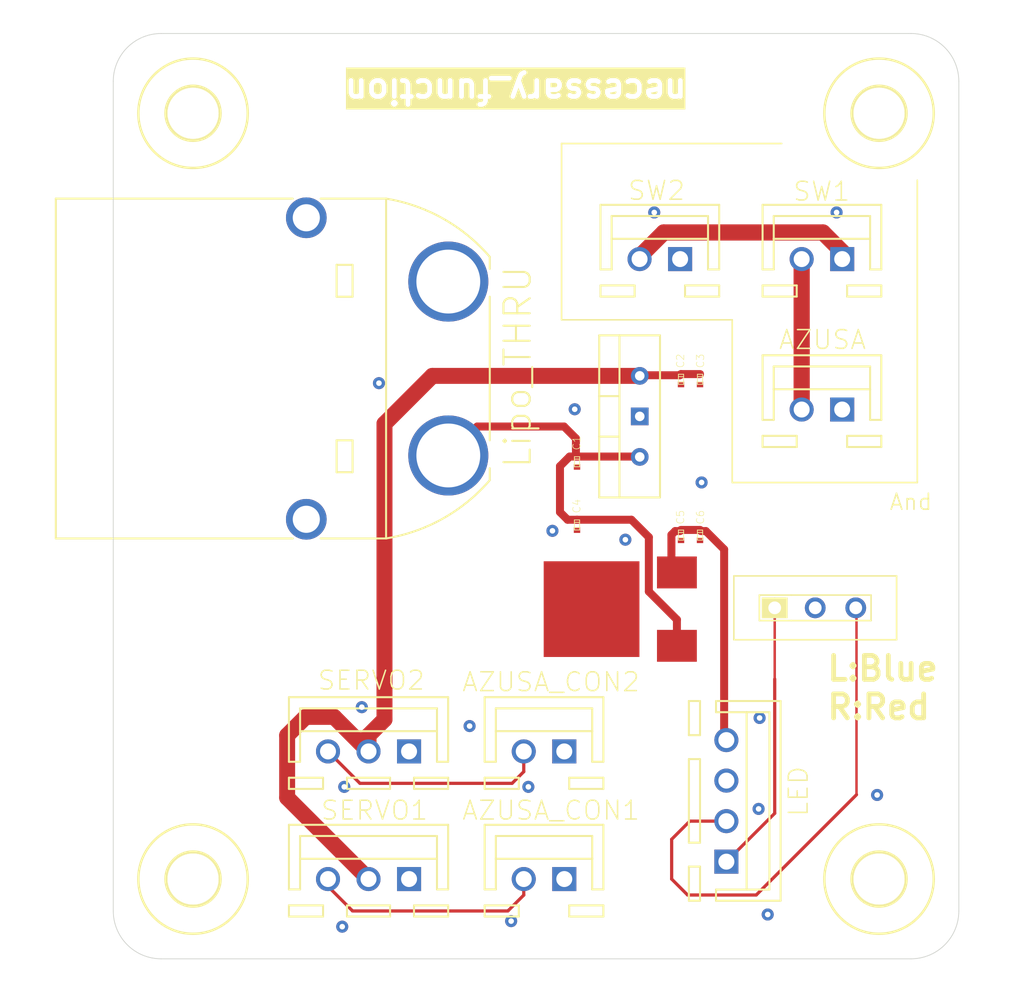
<source format=kicad_pcb>
(kicad_pcb (version 20221018) (generator pcbnew)
  (layers (0 "F.Cu" signal) (31 "B.Cu" signal) (34 "B.Paste" user) (35 "F.Paste" user) (36 "B.SilkS" user "B.Silkscreen") (37 "F.SilkS" user "F.Silkscreen") (38 "B.Mask" user) (39 "F.Mask" user) (44 "Edge.Cuts" user))
  (net 0 "")
  (net 1 "+12V")
  (net 2 "GND")
  (net 3 "VCC")
  (net 4 "EM")
  (net 5 "PVCC")
  (net 6 "+6V")
  (net 7 "RED")
  (net 8 "BLUE")
  (net 9 "PWM2_SERVO")
  (net 10 "PWM1_SERVO")
  (net 11 "N$13")
  (footprint "Mix necessary function:ＮＪＭ７８０６ＦＡ-6V" (layer "F.Cu") (at 155.0011 100.0036 90)
    (fp_text reference "U$1" hide)
    (fp_text value "ＮＪＭ７８０６ＦＡ-6V" hide)
    (fp_line (start -5.08 -2.54) (end -1.27 -2.54) (stroke (width 0.127)) (layer "F.SilkS"))
    (fp_line (start -5.08 -1.27) (end -5.08 -2.54) (stroke (width 0.127)) (layer "F.SilkS"))
    (fp_line (start -5.08 -1.27) (end -5.08 1.27) (stroke (width 0.127)) (layer "F.SilkS"))
    (fp_line (start -5.08 1.27) (end 5.08 1.27) (stroke (width 0.127)) (layer "F.SilkS"))
    (fp_line (start -1.27 -2.54) (end -1.27 -1.27) (stroke (width 0.127)) (layer "F.SilkS"))
    (fp_line (start -1.27 -1.27) (end -5.08 -1.27) (stroke (width 0.127)) (layer "F.SilkS"))
    (fp_line (start 1.27 -2.54) (end -1.27 -2.54) (stroke (width 0.127)) (layer "F.SilkS"))
    (fp_line (start 1.27 -2.54) (end 5.08 -2.54) (stroke (width 0.127)) (layer "F.SilkS"))
    (fp_line (start 1.27 -1.27) (end -1.27 -1.27) (stroke (width 0.127)) (layer "F.SilkS"))
    (fp_line (start 1.27 -1.27) (end 1.27 -2.54) (stroke (width 0.127)) (layer "F.SilkS"))
    (fp_line (start 5.08 -2.54) (end 5.08 -1.27) (stroke (width 0.127)) (layer "F.SilkS"))
    (fp_line (start 5.08 -1.27) (end 1.27 -1.27) (stroke (width 0.127)) (layer "F.SilkS"))
    (fp_line (start 5.08 1.27) (end 5.08 -1.27) (stroke (width 0.127)) (layer "F.SilkS"))
    (pad "GND" thru_hole rect (at 0 0 90) (size 1.108 1.108) (drill 0.6) (layers "*.Cu" "*.Mask") (net 2 "GND"))
    (pad "INPUT" thru_hole circle (at -2.54 0 90) (size 1.108 1.108) (drill 0.6) (layers "*.Cu" "*.Mask") (net 5 "PVCC"))
    (pad "OUTPUT" thru_hole circle (at 2.54 0 90) (size 1.108 1.108) (drill 0.6) (layers "*.Cu" "*.Mask") (net 6 "+6V"))
  )
  (footprint "Mix necessary function:3,2" (layer "F.Cu") (at 127.0011 129.0036)
    (fp_text reference "H3" hide)
    (fp_text value "MOUNT-HOLE3.2" hide)
    (fp_circle (center 0 0) (end 1.7 0) (stroke (width 0.2032)) (fill none) (layer "F.SilkS"))
    (fp_circle (center 0 0) (end 3.429 0) (stroke (width 0.1524)) (fill none) (layer "F.SilkS"))
    (pad "" np_thru_hole circle (at 0 0) (size 3.2 3.2) (drill 3.2) (layers "*.Cu" "*.Mask"))
  )
  (footprint "Mix necessary function:B4B-XH" (layer "F.Cu") (at 160.4311 124.1036 -90)
    (fp_text reference "LED" (at -2.2536 -4.5189 90) (layer "F.SilkS") (effects (font (size 1.176528 1.176528) (thickness 0.093472)) (justify right)))
    (fp_text value "")
    (fp_line (start -6.26 -3.4) (end 6.26 -3.4) (stroke (width 0.127)) (layer "F.SilkS"))
    (fp_line (start -6.26 0.65) (end -6.26 -3.4) (stroke (width 0.127)) (layer "F.SilkS"))
    (fp_line (start -6.26 0.65) (end -5.56 0.65) (stroke (width 0.127)) (layer "F.SilkS"))
    (fp_line (start -6.26 2.35) (end -6.26 1.65) (stroke (width 0.127)) (layer "F.SilkS"))
    (fp_line (start -5.56 -2.7) (end 5.56 -2.7) (stroke (width 0.127)) (layer "F.SilkS"))
    (fp_line (start -5.56 -1.27) (end -5.56 -2.7) (stroke (width 0.127)) (layer "F.SilkS"))
    (fp_line (start -5.56 -1.27) (end 5.56 -1.27) (stroke (width 0.127)) (layer "F.SilkS"))
    (fp_line (start -5.56 0.65) (end -5.56 -1.27) (stroke (width 0.127)) (layer "F.SilkS"))
    (fp_line (start -4.12 1.65) (end -6.26 1.65) (stroke (width 0.127)) (layer "F.SilkS"))
    (fp_line (start -4.12 1.65) (end -4.12 2.35) (stroke (width 0.127)) (layer "F.SilkS"))
    (fp_line (start -4.12 2.35) (end -6.26 2.35) (stroke (width 0.127)) (layer "F.SilkS"))
    (fp_line (start -2.62 1.65) (end -2.62 2.35) (stroke (width 0.127)) (layer "F.SilkS"))
    (fp_line (start 2.62 1.65) (end -2.62 1.65) (stroke (width 0.127)) (layer "F.SilkS"))
    (fp_line (start 2.62 1.65) (end 2.62 2.35) (stroke (width 0.127)) (layer "F.SilkS"))
    (fp_line (start 2.62 2.35) (end -2.62 2.35) (stroke (width 0.127)) (layer "F.SilkS"))
    (fp_line (start 4.12 1.65) (end 4.12 2.35) (stroke (width 0.127)) (layer "F.SilkS"))
    (fp_line (start 4.12 1.65) (end 6.26 1.65) (stroke (width 0.127)) (layer "F.SilkS"))
    (fp_line (start 4.12 2.35) (end 6.26 2.35) (stroke (width 0.127)) (layer "F.SilkS"))
    (fp_line (start 5.56 -2.7) (end 5.56 -1.27) (stroke (width 0.127)) (layer "F.SilkS"))
    (fp_line (start 5.56 -1.27) (end 5.56 0.65) (stroke (width 0.127)) (layer "F.SilkS"))
    (fp_line (start 5.56 0.65) (end 6.26 0.65) (stroke (width 0.127)) (layer "F.SilkS"))
    (fp_line (start 6.26 -3.4) (end 6.26 0.65) (stroke (width 0.127)) (layer "F.SilkS"))
    (fp_line (start 6.26 2.35) (end 6.26 1.65) (stroke (width 0.127)) (layer "F.SilkS"))
    (pad "1" thru_hole rect (at 3.81 0 270) (size 1.508 1.508) (drill 1) (layers "*.Cu" "*.Mask") (net 8 "BLUE"))
    (pad "2" thru_hole circle (at 1.27 0 270) (size 1.508 1.508) (drill 1) (layers "*.Cu" "*.Mask") (net 7 "RED"))
    (pad "3" thru_hole circle (at -1.27 0 270) (size 1.508 1.508) (drill 1) (layers "*.Cu" "*.Mask"))
    (pad "4" thru_hole circle (at -3.81 0 270) (size 1.508 1.508) (drill 1) (layers "*.Cu" "*.Mask") (net 1 "+12V"))
  )
  (footprint "Mix necessary function:3,2" (layer "F.Cu") (at 127.0011 81.0036)
    (fp_text reference "H1" hide)
    (fp_text value "MOUNT-HOLE3.2" hide)
    (fp_circle (center 0 0) (end 1.7 0) (stroke (width 0.2032)) (fill none) (layer "F.SilkS"))
    (fp_circle (center 0 0) (end 3.429 0) (stroke (width 0.1524)) (fill none) (layer "F.SilkS"))
    (pad "" np_thru_hole circle (at 0 0) (size 3.2 3.2) (drill 3.2) (layers "*.Cu" "*.Mask"))
  )
  (footprint "Mix necessary function:NJM7800SDL1-12V" (layer "F.Cu") (at 154.9811 112.0846 90)
    (fp_text reference "U$17" hide)
    (fp_text value "NJM7800SDL1-12V" hide)
    (pad "GND" smd rect (at 0 -3 90) (size 6 6) (layers "F.Cu" "F.Paste" "F.Mask") (net 2 "GND"))
    (pad "VIN" smd rect (at -2.3 2.35 90) (size 2 2.5) (layers "F.Cu" "F.Paste" "F.Mask") (net 5 "PVCC"))
    (pad "VOUT" smd rect (at 2.3 2.35 90) (size 2 2.5) (layers "F.Cu" "F.Paste" "F.Mask") (net 1 "+12V"))
  )
  (footprint "Mix necessary function:B2B-XH" (layer "F.Cu") (at 156.2611 90.1436)
    (fp_text reference "SW2" (at -2.0611 -4.2936) (layer "F.SilkS") (effects (font (size 1.176528 1.176528) (thickness 0.093472)) (justify left)))
    (fp_text value "02-JST")
    (fp_line (start -3.72 -3.4) (end 3.72 -3.4) (stroke (width 0.127)) (layer "F.SilkS"))
    (fp_line (start -3.72 0.65) (end -3.72 -3.4) (stroke (width 0.127)) (layer "F.SilkS"))
    (fp_line (start -3.72 0.65) (end -3.02 0.65) (stroke (width 0.127)) (layer "F.SilkS"))
    (fp_line (start -3.72 2.35) (end -3.72 1.65) (stroke (width 0.127)) (layer "F.SilkS"))
    (fp_line (start -3.02 -2.7) (end 3.02 -2.7) (stroke (width 0.127)) (layer "F.SilkS"))
    (fp_line (start -3.02 -1.27) (end -3.02 -2.7) (stroke (width 0.127)) (layer "F.SilkS"))
    (fp_line (start -3.02 -1.27) (end 3.02 -1.27) (stroke (width 0.127)) (layer "F.SilkS"))
    (fp_line (start -3.02 0.65) (end -3.02 -1.27) (stroke (width 0.127)) (layer "F.SilkS"))
    (fp_line (start -1.58 1.65) (end -3.72 1.65) (stroke (width 0.127)) (layer "F.SilkS"))
    (fp_line (start -1.58 1.65) (end -1.58 2.35) (stroke (width 0.127)) (layer "F.SilkS"))
    (fp_line (start -1.58 2.35) (end -3.72 2.35) (stroke (width 0.127)) (layer "F.SilkS"))
    (fp_line (start 1.58 1.65) (end 1.58 2.35) (stroke (width 0.127)) (layer "F.SilkS"))
    (fp_line (start 1.58 1.65) (end 3.72 1.65) (stroke (width 0.127)) (layer "F.SilkS"))
    (fp_line (start 1.58 2.35) (end 3.72 2.35) (stroke (width 0.127)) (layer "F.SilkS"))
    (fp_line (start 3.02 -2.7) (end 3.02 -1.27) (stroke (width 0.127)) (layer "F.SilkS"))
    (fp_line (start 3.02 -1.27) (end 3.02 0.65) (stroke (width 0.127)) (layer "F.SilkS"))
    (fp_line (start 3.02 0.65) (end 3.72 0.65) (stroke (width 0.127)) (layer "F.SilkS"))
    (fp_line (start 3.72 -3.4) (end 3.72 0.65) (stroke (width 0.127)) (layer "F.SilkS"))
    (fp_line (start 3.72 2.35) (end 3.72 1.65) (stroke (width 0.127)) (layer "F.SilkS"))
    (pad "1" thru_hole rect (at 1.27 0) (size 1.508 1.508) (drill 1) (layers "*.Cu" "*.Mask") (net 2 "GND"))
    (pad "2" thru_hole circle (at -1.27 0) (size 1.508 1.508) (drill 1) (layers "*.Cu" "*.Mask") (net 4 "EM"))
  )
  (footprint "Mix necessary function:3,2" (layer "F.Cu") (at 170.0011 129.0036)
    (fp_text reference "H4" hide)
    (fp_text value "MOUNT-HOLE3.2" hide)
    (fp_circle (center 0 0) (end 1.7 0) (stroke (width 0.2032)) (fill none) (layer "F.SilkS"))
    (fp_circle (center 0 0) (end 3.429 0) (stroke (width 0.1524)) (fill none) (layer "F.SilkS"))
    (pad "" np_thru_hole circle (at 0 0) (size 3.2 3.2) (drill 3.2) (layers "*.Cu" "*.Mask"))
  )
  (footprint "Mix necessary function:GRM0335C1E240GA01D" (layer "F.Cu") (at 157.5881 107.4456 -90)
    (fp_text reference "C5" (at -1.5956 0.0381 90) (layer "F.SilkS") (effects (font (size 0.4632 0.4632) (thickness 0.0368)) (justify right)))
    (fp_text value "0.1μF")
    (fp_line (start -0.315 -0.165) (end -0.315 0.165) (stroke (width 0.05)) (layer "F.SilkS"))
    (fp_line (start -0.315 0.165) (end -0.165 0.165) (stroke (width 0.05)) (layer "F.SilkS"))
    (fp_line (start -0.165 -0.165) (end -0.315 -0.165) (stroke (width 0.05)) (layer "F.SilkS"))
    (fp_line (start -0.165 -0.165) (end -0.165 0.165) (stroke (width 0.05)) (layer "F.SilkS"))
    (fp_line (start -0.165 0.165) (end 0.165 0.165) (stroke (width 0.05)) (layer "F.SilkS"))
    (fp_line (start 0.165 -0.165) (end -0.165 -0.165) (stroke (width 0.05)) (layer "F.SilkS"))
    (fp_line (start 0.165 0.165) (end 0.165 -0.165) (stroke (width 0.05)) (layer "F.SilkS"))
    (fp_line (start 0.165 0.165) (end 0.315 0.165) (stroke (width 0.05)) (layer "F.SilkS"))
    (fp_line (start 0.315 -0.165) (end 0.165 -0.165) (stroke (width 0.05)) (layer "F.SilkS"))
    (fp_line (start 0.315 0.165) (end 0.315 -0.165) (stroke (width 0.05)) (layer "F.SilkS"))
    (pad "1" smd rect (at -0.325 0 270) (size 0.35 0.4) (layers "F.Cu" "F.Paste" "F.Mask") (net 1 "+12V"))
    (pad "2" smd rect (at 0.325 0 270) (size 0.35 0.4) (layers "F.Cu" "F.Paste" "F.Mask") (net 2 "GND"))
  )
  (footprint "Mix necessary function:XT90PW-M" (layer "F.Cu") (at 143.0011 97.0036 90)
    (fp_text reference "Lipo_THRU" (at -6.3464 4.3489 90) (layer "F.SilkS") (effects (font (size 1.647139 1.647139) (thickness 0.130861)) (justify left)))
    (fp_text value "XT90PW-M")
    (fp_line (start -10.65 -24.6) (end -10.65 -9.75) (stroke (width 0.127)) (layer "F.SilkS"))
    (fp_line (start -10.65 -24.6) (end 10.65 -24.6) (stroke (width 0.127)) (layer "F.SilkS"))
    (fp_line (start -10.65 -8) (end -10.65 -3.9) (stroke (width 0.127)) (layer "F.SilkS"))
    (fp_line (start -10.65 -3.9) (end 10.65 -3.9) (stroke (width 0.127)) (layer "F.SilkS"))
    (fp_line (start -7 2.6) (end -6.25 2.6) (stroke (width 0.127)) (layer "F.SilkS"))
    (fp_line (start -6.5 -7) (end -4.5 -7) (stroke (width 0.127)) (layer "F.SilkS"))
    (fp_line (start -6.5 -6) (end -6.5 -7) (stroke (width 0.127)) (layer "F.SilkS"))
    (fp_line (start -4.5 -7) (end -4.5 -6) (stroke (width 0.127)) (layer "F.SilkS"))
    (fp_line (start -4.5 -6) (end -6.5 -6) (stroke (width 0.127)) (layer "F.SilkS"))
    (fp_line (start -4.5 2.6) (end 4.5 2.6) (stroke (width 0.127)) (layer "F.SilkS"))
    (fp_line (start 4.5 -7) (end 6.5 -7) (stroke (width 0.127)) (layer "F.SilkS"))
    (fp_line (start 4.5 -6) (end 4.5 -7) (stroke (width 0.127)) (layer "F.SilkS"))
    (fp_line (start 6.25 2.6) (end 7 2.6) (stroke (width 0.127)) (layer "F.SilkS"))
    (fp_line (start 6.5 -7) (end 6.5 -6) (stroke (width 0.127)) (layer "F.SilkS"))
    (fp_line (start 6.5 -6) (end 4.5 -6) (stroke (width 0.127)) (layer "F.SilkS"))
    (fp_line (start 10.65 -24.6) (end 10.65 -9.75) (stroke (width 0.127)) (layer "F.SilkS"))
    (fp_line (start 10.65 -8) (end 10.65 -3.9) (stroke (width 0.127)) (layer "F.SilkS"))
    (fp_arc (start -7 2.6) (mid -9.398061 -0.328204) (end -10.65 -3.9) (stroke (width 0.127)) (layer "F.SilkS"))
    (fp_arc (start 10.65 -3.9) (mid 9.398063 -0.328203) (end 7 2.6) (stroke (width 0.127)) (layer "F.SilkS"))
    (pad "+" thru_hole circle (at -5.45 0 90) (size 5.016 5.016) (drill 4) (layers "*.Cu" "*.Mask") (net 5 "PVCC"))
    (pad "-" thru_hole circle (at 5.45 0 90) (size 5.016 5.016) (drill 4) (layers "*.Cu" "*.Mask") (net 2 "GND"))
    (pad "P$3" thru_hole circle (at -9.45 -8.9 90) (size 2.55 2.55) (drill 1.7) (layers "*.Cu" "*.Mask"))
    (pad "P$4" thru_hole circle (at 9.45 -8.9 90) (size 2.55 2.55) (drill 1.7) (layers "*.Cu" "*.Mask"))
  )
  (footprint "Mix necessary function:GRM0335C1E240GA01D" (layer "F.Cu") (at 151.0691 106.8076 -90)
    (fp_text reference "C4" (at -1.6576 0.0191 90) (layer "F.SilkS") (effects (font (size 0.4632 0.4632) (thickness 0.0368)) (justify right)))
    (fp_text value "0.33μF")
    (fp_line (start -0.315 -0.165) (end -0.315 0.165) (stroke (width 0.05)) (layer "F.SilkS"))
    (fp_line (start -0.315 0.165) (end -0.165 0.165) (stroke (width 0.05)) (layer "F.SilkS"))
    (fp_line (start -0.165 -0.165) (end -0.315 -0.165) (stroke (width 0.05)) (layer "F.SilkS"))
    (fp_line (start -0.165 -0.165) (end -0.165 0.165) (stroke (width 0.05)) (layer "F.SilkS"))
    (fp_line (start -0.165 0.165) (end 0.165 0.165) (stroke (width 0.05)) (layer "F.SilkS"))
    (fp_line (start 0.165 -0.165) (end -0.165 -0.165) (stroke (width 0.05)) (layer "F.SilkS"))
    (fp_line (start 0.165 0.165) (end 0.165 -0.165) (stroke (width 0.05)) (layer "F.SilkS"))
    (fp_line (start 0.165 0.165) (end 0.315 0.165) (stroke (width 0.05)) (layer "F.SilkS"))
    (fp_line (start 0.315 -0.165) (end 0.165 -0.165) (stroke (width 0.05)) (layer "F.SilkS"))
    (fp_line (start 0.315 0.165) (end 0.315 -0.165) (stroke (width 0.05)) (layer "F.SilkS"))
    (pad "1" smd rect (at -0.325 0 270) (size 0.35 0.4) (layers "F.Cu" "F.Paste" "F.Mask") (net 5 "PVCC"))
    (pad "2" smd rect (at 0.325 0 270) (size 0.35 0.4) (layers "F.Cu" "F.Paste" "F.Mask") (net 2 "GND"))
  )
  (footprint "Mix necessary function:GRM0335C1E240GA01D" (layer "F.Cu") (at 158.7791 107.4456 -90)
    (fp_text reference "C6" (at -1.5956 -0.0209 90) (layer "F.SilkS") (effects (font (size 0.4632 0.4632) (thickness 0.0368)) (justify right)))
    (fp_text value "0.1μF")
    (fp_line (start -0.315 -0.165) (end -0.315 0.165) (stroke (width 0.05)) (layer "F.SilkS"))
    (fp_line (start -0.315 0.165) (end -0.165 0.165) (stroke (width 0.05)) (layer "F.SilkS"))
    (fp_line (start -0.165 -0.165) (end -0.315 -0.165) (stroke (width 0.05)) (layer "F.SilkS"))
    (fp_line (start -0.165 -0.165) (end -0.165 0.165) (stroke (width 0.05)) (layer "F.SilkS"))
    (fp_line (start -0.165 0.165) (end 0.165 0.165) (stroke (width 0.05)) (layer "F.SilkS"))
    (fp_line (start 0.165 -0.165) (end -0.165 -0.165) (stroke (width 0.05)) (layer "F.SilkS"))
    (fp_line (start 0.165 0.165) (end 0.165 -0.165) (stroke (width 0.05)) (layer "F.SilkS"))
    (fp_line (start 0.165 0.165) (end 0.315 0.165) (stroke (width 0.05)) (layer "F.SilkS"))
    (fp_line (start 0.315 -0.165) (end 0.165 -0.165) (stroke (width 0.05)) (layer "F.SilkS"))
    (fp_line (start 0.315 0.165) (end 0.315 -0.165) (stroke (width 0.05)) (layer "F.SilkS"))
    (pad "1" smd rect (at -0.325 0 270) (size 0.35 0.4) (layers "F.Cu" "F.Paste" "F.Mask") (net 1 "+12V"))
    (pad "2" smd rect (at 0.325 0 270) (size 0.35 0.4) (layers "F.Cu" "F.Paste" "F.Mask") (net 2 "GND"))
  )
  (footprint "Mix necessary function:B3B-XH" (layer "F.Cu") (at 138.0011 121.0036)
    (fp_text reference "SERVO2" (at -3.2511 -4.4536) (layer "F.SilkS") (effects (font (size 1.176528 1.176528) (thickness 0.093472)) (justify left)))
    (fp_text value "")
    (fp_line (start -4.99 -3.4) (end 4.99 -3.4) (stroke (width 0.127)) (layer "F.SilkS"))
    (fp_line (start -4.99 0.65) (end -4.99 -3.4) (stroke (width 0.127)) (layer "F.SilkS"))
    (fp_line (start -4.99 0.65) (end -4.29 0.65) (stroke (width 0.127)) (layer "F.SilkS"))
    (fp_line (start -4.99 2.35) (end -4.99 1.65) (stroke (width 0.127)) (layer "F.SilkS"))
    (fp_line (start -4.29 -2.7) (end 4.29 -2.7) (stroke (width 0.127)) (layer "F.SilkS"))
    (fp_line (start -4.29 -1.27) (end -4.29 -2.7) (stroke (width 0.127)) (layer "F.SilkS"))
    (fp_line (start -4.29 -1.27) (end 4.29 -1.27) (stroke (width 0.127)) (layer "F.SilkS"))
    (fp_line (start -4.29 0.65) (end -4.29 -1.27) (stroke (width 0.127)) (layer "F.SilkS"))
    (fp_line (start -2.85 1.65) (end -4.99 1.65) (stroke (width 0.127)) (layer "F.SilkS"))
    (fp_line (start -2.85 1.65) (end -2.85 2.35) (stroke (width 0.127)) (layer "F.SilkS"))
    (fp_line (start -2.85 2.35) (end -4.99 2.35) (stroke (width 0.127)) (layer "F.SilkS"))
    (fp_line (start -1.35 1.65) (end -1.35 2.35) (stroke (width 0.127)) (layer "F.SilkS"))
    (fp_line (start 1.35 1.65) (end -1.35 1.65) (stroke (width 0.127)) (layer "F.SilkS"))
    (fp_line (start 1.35 1.65) (end 1.35 2.35) (stroke (width 0.127)) (layer "F.SilkS"))
    (fp_line (start 1.35 2.35) (end -1.35 2.35) (stroke (width 0.127)) (layer "F.SilkS"))
    (fp_line (start 2.85 1.65) (end 2.85 2.35) (stroke (width 0.127)) (layer "F.SilkS"))
    (fp_line (start 2.85 1.65) (end 4.99 1.65) (stroke (width 0.127)) (layer "F.SilkS"))
    (fp_line (start 2.85 2.35) (end 4.99 2.35) (stroke (width 0.127)) (layer "F.SilkS"))
    (fp_line (start 4.29 -2.7) (end 4.29 -1.27) (stroke (width 0.127)) (layer "F.SilkS"))
    (fp_line (start 4.29 -1.27) (end 4.29 0.65) (stroke (width 0.127)) (layer "F.SilkS"))
    (fp_line (start 4.29 0.65) (end 4.99 0.65) (stroke (width 0.127)) (layer "F.SilkS"))
    (fp_line (start 4.99 -3.4) (end 4.99 0.65) (stroke (width 0.127)) (layer "F.SilkS"))
    (fp_line (start 4.99 2.35) (end 4.99 1.65) (stroke (width 0.127)) (layer "F.SilkS"))
    (pad "1" thru_hole rect (at 2.54 0) (size 1.508 1.508) (drill 1) (layers "*.Cu" "*.Mask") (net 2 "GND"))
    (pad "2" thru_hole circle (at 0 0) (size 1.508 1.508) (drill 1) (layers "*.Cu" "*.Mask") (net 6 "+6V"))
    (pad "3" thru_hole circle (at -2.54 0) (size 1.508 1.508) (drill 1) (layers "*.Cu" "*.Mask") (net 9 "PWM2_SERVO"))
  )
  (footprint "Mix necessary function:B2B-XH" (layer "F.Cu") (at 149.0011 121.0036)
    (fp_text reference "AZUSA_CON2" (at -5.2011 -4.3536) (layer "F.SilkS") (effects (font (size 1.176528 1.176528) (thickness 0.093472)) (justify left)))
    (fp_text value "02-JST")
    (fp_line (start -3.72 -3.4) (end 3.72 -3.4) (stroke (width 0.127)) (layer "F.SilkS"))
    (fp_line (start -3.72 0.65) (end -3.72 -3.4) (stroke (width 0.127)) (layer "F.SilkS"))
    (fp_line (start -3.72 0.65) (end -3.02 0.65) (stroke (width 0.127)) (layer "F.SilkS"))
    (fp_line (start -3.72 2.35) (end -3.72 1.65) (stroke (width 0.127)) (layer "F.SilkS"))
    (fp_line (start -3.02 -2.7) (end 3.02 -2.7) (stroke (width 0.127)) (layer "F.SilkS"))
    (fp_line (start -3.02 -1.27) (end -3.02 -2.7) (stroke (width 0.127)) (layer "F.SilkS"))
    (fp_line (start -3.02 -1.27) (end 3.02 -1.27) (stroke (width 0.127)) (layer "F.SilkS"))
    (fp_line (start -3.02 0.65) (end -3.02 -1.27) (stroke (width 0.127)) (layer "F.SilkS"))
    (fp_line (start -1.58 1.65) (end -3.72 1.65) (stroke (width 0.127)) (layer "F.SilkS"))
    (fp_line (start -1.58 1.65) (end -1.58 2.35) (stroke (width 0.127)) (layer "F.SilkS"))
    (fp_line (start -1.58 2.35) (end -3.72 2.35) (stroke (width 0.127)) (layer "F.SilkS"))
    (fp_line (start 1.58 1.65) (end 1.58 2.35) (stroke (width 0.127)) (layer "F.SilkS"))
    (fp_line (start 1.58 1.65) (end 3.72 1.65) (stroke (width 0.127)) (layer "F.SilkS"))
    (fp_line (start 1.58 2.35) (end 3.72 2.35) (stroke (width 0.127)) (layer "F.SilkS"))
    (fp_line (start 3.02 -2.7) (end 3.02 -1.27) (stroke (width 0.127)) (layer "F.SilkS"))
    (fp_line (start 3.02 -1.27) (end 3.02 0.65) (stroke (width 0.127)) (layer "F.SilkS"))
    (fp_line (start 3.02 0.65) (end 3.72 0.65) (stroke (width 0.127)) (layer "F.SilkS"))
    (fp_line (start 3.72 -3.4) (end 3.72 0.65) (stroke (width 0.127)) (layer "F.SilkS"))
    (fp_line (start 3.72 2.35) (end 3.72 1.65) (stroke (width 0.127)) (layer "F.SilkS"))
    (pad "1" thru_hole rect (at 1.27 0) (size 1.508 1.508) (drill 1) (layers "*.Cu" "*.Mask") (net 2 "GND"))
    (pad "2" thru_hole circle (at -1.27 0) (size 1.508 1.508) (drill 1) (layers "*.Cu" "*.Mask") (net 9 "PWM2_SERVO"))
  )
  (footprint "Mix necessary function:B2B-XH" (layer "F.Cu") (at 166.4211 99.5736)
    (fp_text reference "AZUSA" (at -2.7711 -4.3736) (layer "F.SilkS") (effects (font (size 1.176528 1.176528) (thickness 0.093472)) (justify left)))
    (fp_text value "02-JST")
    (fp_line (start -3.72 -3.4) (end 3.72 -3.4) (stroke (width 0.127)) (layer "F.SilkS"))
    (fp_line (start -3.72 0.65) (end -3.72 -3.4) (stroke (width 0.127)) (layer "F.SilkS"))
    (fp_line (start -3.72 0.65) (end -3.02 0.65) (stroke (width 0.127)) (layer "F.SilkS"))
    (fp_line (start -3.72 2.35) (end -3.72 1.65) (stroke (width 0.127)) (layer "F.SilkS"))
    (fp_line (start -3.02 -2.7) (end 3.02 -2.7) (stroke (width 0.127)) (layer "F.SilkS"))
    (fp_line (start -3.02 -1.27) (end -3.02 -2.7) (stroke (width 0.127)) (layer "F.SilkS"))
    (fp_line (start -3.02 -1.27) (end 3.02 -1.27) (stroke (width 0.127)) (layer "F.SilkS"))
    (fp_line (start -3.02 0.65) (end -3.02 -1.27) (stroke (width 0.127)) (layer "F.SilkS"))
    (fp_line (start -1.58 1.65) (end -3.72 1.65) (stroke (width 0.127)) (layer "F.SilkS"))
    (fp_line (start -1.58 1.65) (end -1.58 2.35) (stroke (width 0.127)) (layer "F.SilkS"))
    (fp_line (start -1.58 2.35) (end -3.72 2.35) (stroke (width 0.127)) (layer "F.SilkS"))
    (fp_line (start 1.58 1.65) (end 1.58 2.35) (stroke (width 0.127)) (layer "F.SilkS"))
    (fp_line (start 1.58 1.65) (end 3.72 1.65) (stroke (width 0.127)) (layer "F.SilkS"))
    (fp_line (start 1.58 2.35) (end 3.72 2.35) (stroke (width 0.127)) (layer "F.SilkS"))
    (fp_line (start 3.02 -2.7) (end 3.02 -1.27) (stroke (width 0.127)) (layer "F.SilkS"))
    (fp_line (start 3.02 -1.27) (end 3.02 0.65) (stroke (width 0.127)) (layer "F.SilkS"))
    (fp_line (start 3.02 0.65) (end 3.72 0.65) (stroke (width 0.127)) (layer "F.SilkS"))
    (fp_line (start 3.72 -3.4) (end 3.72 0.65) (stroke (width 0.127)) (layer "F.SilkS"))
    (fp_line (start 3.72 2.35) (end 3.72 1.65) (stroke (width 0.127)) (layer "F.SilkS"))
    (pad "1" thru_hole rect (at 1.27 0) (size 1.508 1.508) (drill 1) (layers "*.Cu" "*.Mask") (net 2 "GND"))
    (pad "2" thru_hole circle (at -1.27 0) (size 1.508 1.508) (drill 1) (layers "*.Cu" "*.Mask") (net 3 "VCC"))
  )
  (footprint "Mix necessary function:SS-12SDP2" (layer "F.Cu") (at 166.0011 112.0036)
    (fp_text reference "LED_SW0" hide)
    (fp_text value "SS-12SDP2")
    (fp_line (start -5.1 -2) (end -5.1 2) (stroke (width 0.1)) (layer "F.SilkS"))
    (fp_line (start -5.1 2) (end 5.1 2) (stroke (width 0.1)) (layer "F.SilkS"))
    (fp_line (start -3.5 -0.8) (end -3.5 0.8) (stroke (width 0.1)) (layer "F.SilkS"))
    (fp_line (start -3.5 0.8) (end -1.5 0.8) (stroke (width 0.1)) (layer "F.SilkS"))
    (fp_line (start -1.5 -0.8) (end -3.5 -0.8) (stroke (width 0.1)) (layer "F.SilkS"))
    (fp_line (start -1.5 0.8) (end 3.5 0.8) (stroke (width 0.1)) (layer "F.SilkS"))
    (fp_line (start 3.5 -0.8) (end -1.5 -0.8) (stroke (width 0.1)) (layer "F.SilkS"))
    (fp_line (start 3.5 0.8) (end 3.5 -0.8) (stroke (width 0.1)) (layer "F.SilkS"))
    (fp_line (start 5.1 -2) (end -5.1 -2) (stroke (width 0.1)) (layer "F.SilkS"))
    (fp_line (start 5.1 2) (end 5.1 -2) (stroke (width 0.1)) (layer "F.SilkS"))
    (fp_poly (pts (xy -1.73 0.65) (xy -3.35 0.65) (xy -3.35 -0.65) (xy -1.73 -0.65)) (fill solid) (layer "F.SilkS"))
    (pad "C" thru_hole circle (at 0 0) (size 1.3 1.3) (drill 0.8) (layers "*.Cu" "*.Mask") (net 2 "GND"))
    (pad "L" thru_hole circle (at -2.54 0) (size 1.3 1.3) (drill 0.8) (layers "*.Cu" "*.Mask") (net 8 "BLUE"))
    (pad "R" thru_hole circle (at 2.54 0) (size 1.3 1.3) (drill 0.8) (layers "*.Cu" "*.Mask") (net 7 "RED"))
  )
  (footprint "Mix necessary function:B2B-XH" (layer "F.Cu") (at 149.0011 129.0036)
    (fp_text reference "AZUSA_CON1" (at -5.2011 -4.3036) (layer "F.SilkS") (effects (font (size 1.176528 1.176528) (thickness 0.093472)) (justify left)))
    (fp_text value "02-JST")
    (fp_line (start -3.72 -3.4) (end 3.72 -3.4) (stroke (width 0.127)) (layer "F.SilkS"))
    (fp_line (start -3.72 0.65) (end -3.72 -3.4) (stroke (width 0.127)) (layer "F.SilkS"))
    (fp_line (start -3.72 0.65) (end -3.02 0.65) (stroke (width 0.127)) (layer "F.SilkS"))
    (fp_line (start -3.72 2.35) (end -3.72 1.65) (stroke (width 0.127)) (layer "F.SilkS"))
    (fp_line (start -3.02 -2.7) (end 3.02 -2.7) (stroke (width 0.127)) (layer "F.SilkS"))
    (fp_line (start -3.02 -1.27) (end -3.02 -2.7) (stroke (width 0.127)) (layer "F.SilkS"))
    (fp_line (start -3.02 -1.27) (end 3.02 -1.27) (stroke (width 0.127)) (layer "F.SilkS"))
    (fp_line (start -3.02 0.65) (end -3.02 -1.27) (stroke (width 0.127)) (layer "F.SilkS"))
    (fp_line (start -1.58 1.65) (end -3.72 1.65) (stroke (width 0.127)) (layer "F.SilkS"))
    (fp_line (start -1.58 1.65) (end -1.58 2.35) (stroke (width 0.127)) (layer "F.SilkS"))
    (fp_line (start -1.58 2.35) (end -3.72 2.35) (stroke (width 0.127)) (layer "F.SilkS"))
    (fp_line (start 1.58 1.65) (end 1.58 2.35) (stroke (width 0.127)) (layer "F.SilkS"))
    (fp_line (start 1.58 1.65) (end 3.72 1.65) (stroke (width 0.127)) (layer "F.SilkS"))
    (fp_line (start 1.58 2.35) (end 3.72 2.35) (stroke (width 0.127)) (layer "F.SilkS"))
    (fp_line (start 3.02 -2.7) (end 3.02 -1.27) (stroke (width 0.127)) (layer "F.SilkS"))
    (fp_line (start 3.02 -1.27) (end 3.02 0.65) (stroke (width 0.127)) (layer "F.SilkS"))
    (fp_line (start 3.02 0.65) (end 3.72 0.65) (stroke (width 0.127)) (layer "F.SilkS"))
    (fp_line (start 3.72 -3.4) (end 3.72 0.65) (stroke (width 0.127)) (layer "F.SilkS"))
    (fp_line (start 3.72 2.35) (end 3.72 1.65) (stroke (width 0.127)) (layer "F.SilkS"))
    (pad "1" thru_hole rect (at 1.27 0) (size 1.508 1.508) (drill 1) (layers "*.Cu" "*.Mask") (net 2 "GND"))
    (pad "2" thru_hole circle (at -1.27 0) (size 1.508 1.508) (drill 1) (layers "*.Cu" "*.Mask") (net 10 "PWM1_SERVO"))
  )
  (footprint "Mix necessary function:3,2" (layer "F.Cu") (at 170.0011 81.0036)
    (fp_text reference "H2" hide)
    (fp_text value "MOUNT-HOLE3.2" hide)
    (fp_circle (center 0 0) (end 1.7 0) (stroke (width 0.2032)) (fill none) (layer "F.SilkS"))
    (fp_circle (center 0 0) (end 3.429 0) (stroke (width 0.1524)) (fill none) (layer "F.SilkS"))
    (pad "" np_thru_hole circle (at 0 0) (size 3.2 3.2) (drill 3.2) (layers "*.Cu" "*.Mask"))
  )
  (footprint "Mix necessary function:B3B-XH" (layer "F.Cu") (at 138.0011 129.0036)
    (fp_text reference "SERVO1" (at -3.0511 -4.3036) (layer "F.SilkS") (effects (font (size 1.176528 1.176528) (thickness 0.093472)) (justify left)))
    (fp_text value "")
    (fp_line (start -4.99 -3.4) (end 4.99 -3.4) (stroke (width 0.127)) (layer "F.SilkS"))
    (fp_line (start -4.99 0.65) (end -4.99 -3.4) (stroke (width 0.127)) (layer "F.SilkS"))
    (fp_line (start -4.99 0.65) (end -4.29 0.65) (stroke (width 0.127)) (layer "F.SilkS"))
    (fp_line (start -4.99 2.35) (end -4.99 1.65) (stroke (width 0.127)) (layer "F.SilkS"))
    (fp_line (start -4.29 -2.7) (end 4.29 -2.7) (stroke (width 0.127)) (layer "F.SilkS"))
    (fp_line (start -4.29 -1.27) (end -4.29 -2.7) (stroke (width 0.127)) (layer "F.SilkS"))
    (fp_line (start -4.29 -1.27) (end 4.29 -1.27) (stroke (width 0.127)) (layer "F.SilkS"))
    (fp_line (start -4.29 0.65) (end -4.29 -1.27) (stroke (width 0.127)) (layer "F.SilkS"))
    (fp_line (start -2.85 1.65) (end -4.99 1.65) (stroke (width 0.127)) (layer "F.SilkS"))
    (fp_line (start -2.85 1.65) (end -2.85 2.35) (stroke (width 0.127)) (layer "F.SilkS"))
    (fp_line (start -2.85 2.35) (end -4.99 2.35) (stroke (width 0.127)) (layer "F.SilkS"))
    (fp_line (start -1.35 1.65) (end -1.35 2.35) (stroke (width 0.127)) (layer "F.SilkS"))
    (fp_line (start 1.35 1.65) (end -1.35 1.65) (stroke (width 0.127)) (layer "F.SilkS"))
    (fp_line (start 1.35 1.65) (end 1.35 2.35) (stroke (width 0.127)) (layer "F.SilkS"))
    (fp_line (start 1.35 2.35) (end -1.35 2.35) (stroke (width 0.127)) (layer "F.SilkS"))
    (fp_line (start 2.85 1.65) (end 2.85 2.35) (stroke (width 0.127)) (layer "F.SilkS"))
    (fp_line (start 2.85 1.65) (end 4.99 1.65) (stroke (width 0.127)) (layer "F.SilkS"))
    (fp_line (start 2.85 2.35) (end 4.99 2.35) (stroke (width 0.127)) (layer "F.SilkS"))
    (fp_line (start 4.29 -2.7) (end 4.29 -1.27) (stroke (width 0.127)) (layer "F.SilkS"))
    (fp_line (start 4.29 -1.27) (end 4.29 0.65) (stroke (width 0.127)) (layer "F.SilkS"))
    (fp_line (start 4.29 0.65) (end 4.99 0.65) (stroke (width 0.127)) (layer "F.SilkS"))
    (fp_line (start 4.99 -3.4) (end 4.99 0.65) (stroke (width 0.127)) (layer "F.SilkS"))
    (fp_line (start 4.99 2.35) (end 4.99 1.65) (stroke (width 0.127)) (layer "F.SilkS"))
    (pad "1" thru_hole rect (at 2.54 0) (size 1.508 1.508) (drill 1) (layers "*.Cu" "*.Mask") (net 2 "GND"))
    (pad "2" thru_hole circle (at 0 0) (size 1.508 1.508) (drill 1) (layers "*.Cu" "*.Mask") (net 6 "+6V"))
    (pad "3" thru_hole circle (at -2.54 0) (size 1.508 1.508) (drill 1) (layers "*.Cu" "*.Mask") (net 10 "PWM1_SERVO"))
  )
  (footprint "Mix necessary function:B2B-XH" (layer "F.Cu") (at 166.4211 90.1436)
    (fp_text reference "SW1" (at -1.8711 -4.2436) (layer "F.SilkS") (effects (font (size 1.176528 1.176528) (thickness 0.093472)) (justify left)))
    (fp_text value "02-JST")
    (fp_line (start -3.72 -3.4) (end 3.72 -3.4) (stroke (width 0.127)) (layer "F.SilkS"))
    (fp_line (start -3.72 0.65) (end -3.72 -3.4) (stroke (width 0.127)) (layer "F.SilkS"))
    (fp_line (start -3.72 0.65) (end -3.02 0.65) (stroke (width 0.127)) (layer "F.SilkS"))
    (fp_line (start -3.72 2.35) (end -3.72 1.65) (stroke (width 0.127)) (layer "F.SilkS"))
    (fp_line (start -3.02 -2.7) (end 3.02 -2.7) (stroke (width 0.127)) (layer "F.SilkS"))
    (fp_line (start -3.02 -1.27) (end -3.02 -2.7) (stroke (width 0.127)) (layer "F.SilkS"))
    (fp_line (start -3.02 -1.27) (end 3.02 -1.27) (stroke (width 0.127)) (layer "F.SilkS"))
    (fp_line (start -3.02 0.65) (end -3.02 -1.27) (stroke (width 0.127)) (layer "F.SilkS"))
    (fp_line (start -1.58 1.65) (end -3.72 1.65) (stroke (width 0.127)) (layer "F.SilkS"))
    (fp_line (start -1.58 1.65) (end -1.58 2.35) (stroke (width 0.127)) (layer "F.SilkS"))
    (fp_line (start -1.58 2.35) (end -3.72 2.35) (stroke (width 0.127)) (layer "F.SilkS"))
    (fp_line (start 1.58 1.65) (end 1.58 2.35) (stroke (width 0.127)) (layer "F.SilkS"))
    (fp_line (start 1.58 1.65) (end 3.72 1.65) (stroke (width 0.127)) (layer "F.SilkS"))
    (fp_line (start 1.58 2.35) (end 3.72 2.35) (stroke (width 0.127)) (layer "F.SilkS"))
    (fp_line (start 3.02 -2.7) (end 3.02 -1.27) (stroke (width 0.127)) (layer "F.SilkS"))
    (fp_line (start 3.02 -1.27) (end 3.02 0.65) (stroke (width 0.127)) (layer "F.SilkS"))
    (fp_line (start 3.02 0.65) (end 3.72 0.65) (stroke (width 0.127)) (layer "F.SilkS"))
    (fp_line (start 3.72 -3.4) (end 3.72 0.65) (stroke (width 0.127)) (layer "F.SilkS"))
    (fp_line (start 3.72 2.35) (end 3.72 1.65) (stroke (width 0.127)) (layer "F.SilkS"))
    (pad "1" thru_hole rect (at 1.27 0) (size 1.508 1.508) (drill 1) (layers "*.Cu" "*.Mask") (net 4 "EM"))
    (pad "2" thru_hole circle (at -1.27 0) (size 1.508 1.508) (drill 1) (layers "*.Cu" "*.Mask") (net 3 "VCC"))
  )
  (footprint "Mix necessary function:GRM0335C1E240GA01D" (layer "F.Cu") (at 158.7791 97.6776 -90)
    (fp_text reference "C3" (at -1.6276 -0.0209 90) (layer "F.SilkS") (effects (font (size 0.4632 0.4632) (thickness 0.0368)) (justify right)))
    (fp_text value "0.1μF")
    (fp_line (start -0.315 -0.165) (end -0.315 0.165) (stroke (width 0.05)) (layer "F.SilkS"))
    (fp_line (start -0.315 0.165) (end -0.165 0.165) (stroke (width 0.05)) (layer "F.SilkS"))
    (fp_line (start -0.165 -0.165) (end -0.315 -0.165) (stroke (width 0.05)) (layer "F.SilkS"))
    (fp_line (start -0.165 -0.165) (end -0.165 0.165) (stroke (width 0.05)) (layer "F.SilkS"))
    (fp_line (start -0.165 0.165) (end 0.165 0.165) (stroke (width 0.05)) (layer "F.SilkS"))
    (fp_line (start 0.165 -0.165) (end -0.165 -0.165) (stroke (width 0.05)) (layer "F.SilkS"))
    (fp_line (start 0.165 0.165) (end 0.165 -0.165) (stroke (width 0.05)) (layer "F.SilkS"))
    (fp_line (start 0.165 0.165) (end 0.315 0.165) (stroke (width 0.05)) (layer "F.SilkS"))
    (fp_line (start 0.315 -0.165) (end 0.165 -0.165) (stroke (width 0.05)) (layer "F.SilkS"))
    (fp_line (start 0.315 0.165) (end 0.315 -0.165) (stroke (width 0.05)) (layer "F.SilkS"))
    (pad "1" smd rect (at -0.325 0 270) (size 0.35 0.4) (layers "F.Cu" "F.Paste" "F.Mask") (net 6 "+6V"))
    (pad "2" smd rect (at 0.325 0 270) (size 0.35 0.4) (layers "F.Cu" "F.Paste" "F.Mask") (net 2 "GND"))
  )
  (footprint "Mix necessary function:GRM0335C1E240GA01D" (layer "F.Cu") (at 151.0691 102.8466 -90)
    (fp_text reference "C1" (at -1.6466 0.0191 90) (layer "F.SilkS") (effects (font (size 0.4632 0.4632) (thickness 0.0368)) (justify right)))
    (fp_text value "0.33μF")
    (fp_line (start -0.315 -0.165) (end -0.315 0.165) (stroke (width 0.05)) (layer "F.SilkS"))
    (fp_line (start -0.315 0.165) (end -0.165 0.165) (stroke (width 0.05)) (layer "F.SilkS"))
    (fp_line (start -0.165 -0.165) (end -0.315 -0.165) (stroke (width 0.05)) (layer "F.SilkS"))
    (fp_line (start -0.165 -0.165) (end -0.165 0.165) (stroke (width 0.05)) (layer "F.SilkS"))
    (fp_line (start -0.165 0.165) (end 0.165 0.165) (stroke (width 0.05)) (layer "F.SilkS"))
    (fp_line (start 0.165 -0.165) (end -0.165 -0.165) (stroke (width 0.05)) (layer "F.SilkS"))
    (fp_line (start 0.165 0.165) (end 0.165 -0.165) (stroke (width 0.05)) (layer "F.SilkS"))
    (fp_line (start 0.165 0.165) (end 0.315 0.165) (stroke (width 0.05)) (layer "F.SilkS"))
    (fp_line (start 0.315 -0.165) (end 0.165 -0.165) (stroke (width 0.05)) (layer "F.SilkS"))
    (fp_line (start 0.315 0.165) (end 0.315 -0.165) (stroke (width 0.05)) (layer "F.SilkS"))
    (pad "1" smd rect (at -0.325 0 270) (size 0.35 0.4) (layers "F.Cu" "F.Paste" "F.Mask") (net 5 "PVCC"))
    (pad "2" smd rect (at 0.325 0 270) (size 0.35 0.4) (layers "F.Cu" "F.Paste" "F.Mask") (net 2 "GND"))
  )
  (footprint "Mix necessary function:GRM0335C1E240GA01D" (layer "F.Cu") (at 157.5881 97.6776 -90)
    (fp_text reference "C2" (at -1.6276 0.0381 90) (layer "F.SilkS") (effects (font (size 0.4632 0.4632) (thickness 0.0368)) (justify right)))
    (fp_text value "0.1μF")
    (fp_line (start -0.315 -0.165) (end -0.315 0.165) (stroke (width 0.05)) (layer "F.SilkS"))
    (fp_line (start -0.315 0.165) (end -0.165 0.165) (stroke (width 0.05)) (layer "F.SilkS"))
    (fp_line (start -0.165 -0.165) (end -0.315 -0.165) (stroke (width 0.05)) (layer "F.SilkS"))
    (fp_line (start -0.165 -0.165) (end -0.165 0.165) (stroke (width 0.05)) (layer "F.SilkS"))
    (fp_line (start -0.165 0.165) (end 0.165 0.165) (stroke (width 0.05)) (layer "F.SilkS"))
    (fp_line (start 0.165 -0.165) (end -0.165 -0.165) (stroke (width 0.05)) (layer "F.SilkS"))
    (fp_line (start 0.165 0.165) (end 0.165 -0.165) (stroke (width 0.05)) (layer "F.SilkS"))
    (fp_line (start 0.165 0.165) (end 0.315 0.165) (stroke (width 0.05)) (layer "F.SilkS"))
    (fp_line (start 0.315 -0.165) (end 0.165 -0.165) (stroke (width 0.05)) (layer "F.SilkS"))
    (fp_line (start 0.315 0.165) (end 0.315 -0.165) (stroke (width 0.05)) (layer "F.SilkS"))
    (pad "1" smd rect (at -0.325 0 270) (size 0.35 0.4) (layers "F.Cu" "F.Paste" "F.Mask") (net 6 "+6V"))
    (pad "2" smd rect (at 0.325 0 270) (size 0.35 0.4) (layers "F.Cu" "F.Paste" "F.Mask") (net 2 "GND"))
  )
  (gr_line (start 160.8 104.15) (end 172.4 104.15) (stroke (width 0.1)) (layer "F.SilkS"))
  (gr_line (start 150.1 93.95) (end 160.8 93.95) (stroke (width 0.1)) (layer "F.SilkS"))
  (gr_line (start 150.1 82.9) (end 150.1 93.95) (stroke (width 0.1)) (layer "F.SilkS"))
  (gr_line (start 172.4 104.15) (end 172.4 85.2) (stroke (width 0.1)) (layer "F.SilkS"))
  (gr_line (start 160.8 93.95) (end 160.8 104.15) (stroke (width 0.1)) (layer "F.SilkS"))
  (gr_line (start 150.1 82.9) (end 163.9 82.9) (stroke (width 0.1)) (layer "F.SilkS"))
  (gr_line (start 172.0011 76.0036) (end 125.0011 76.0036) (stroke (width 0.05)) (layer "Edge.Cuts"))
  (gr_line (start 175.0011 131.0036) (end 175.0011 79.0036) (stroke (width 0.05)) (layer "Edge.Cuts"))
  (gr_arc (start 172.0011 76.0036) (mid 174.12242 76.88228) (end 175.0011 79.0036) (stroke (width 0.05)) (layer "Edge.Cuts"))
  (gr_arc (start 175.0011 131.0036) (mid 174.12242 133.12492) (end 172.0011 134.0036) (stroke (width 0.05)) (layer "Edge.Cuts"))
  (gr_arc (start 125.0011 134.0036) (mid 122.87978 133.12492) (end 122.0011 131.0036) (stroke (width 0.05)) (layer "Edge.Cuts"))
  (gr_line (start 122.0011 79.0036) (end 122.0011 131.0036) (stroke (width 0.05)) (layer "Edge.Cuts"))
  (gr_line (start 125.0011 134.0036) (end 172.0011 134.0036) (stroke (width 0.05)) (layer "Edge.Cuts"))
  (gr_arc (start 122.0011 79.0036) (mid 122.87978 76.88228) (end 125.0011 76.0036) (stroke (width 0.05)) (layer "Edge.Cuts"))
  (gr_text "L:Blue\nR:Red" (at 166.6 119.1) (layer "F.SilkS") (effects (font (size 1.5 1.5) (thickness 0.3) bold) (justify left bottom)))
  (gr_text "And" (at 170.6 105.95) (layer "F.SilkS") (effects (font (size 1 1) (thickness 0.1)) (justify left bottom)))
  (gr_text "necessary_function" (at 158.1 78.75 180) (layer "F.SilkS" knockout) (effects (font (size 1.5 1.5) (thickness 0.3) bold) (justify left bottom)))
  (segment (start 157.5881 107.1206) (end 157.5155 107.1932) (width 0.5) (layer "F.Cu") (net 1))
  (segment (start 158.7791 107.1206) (end 158.8517 107.1932) (width 0.5) (layer "F.Cu") (net 1))
  (segment (start 157.5881 107.1206) (end 158.7791 107.1206) (width 0.5) (layer "F.Cu") (net 1))
  (segment (start 157.221418 107.1932) (end 156.9857 107.428919) (width 0.5) (layer "F.Cu") (net 1))
  (segment (start 160.2911 108.338519) (end 160.2911 120.1536) (width 0.5) (layer "F.Cu") (net 1))
  (segment (start 158.8517 107.1932) (end 159.145781 107.1932) (width 0.5) (layer "F.Cu") (net 1))
  (segment (start 157.3311 109.7846) (end 156.9857 109.4392) (width 0.5) (layer "F.Cu") (net 1))
  (segment (start 156.9857 107.428919) (end 156.9857 109.4392) (width 0.5) (layer "F.Cu") (net 1))
  (segment (start 157.5155 107.1932) (end 157.221418 107.1932) (width 0.5) (layer "F.Cu") (net 1))
  (segment (start 159.145781 107.1932) (end 160.2911 108.338519) (width 0.5) (layer "F.Cu") (net 1))
  (segment (start 160.4311 120.2936) (end 160.2911 120.1536) (width 0.5) (layer "F.Cu") (net 1))
  (via (at 137.58 118.23) (size 0.7564) (drill 0.35) (layers "F.Cu" "B.Cu") (net 2))
  (via (at 169.8801 123.7336) (size 0.7564) (drill 0.35) (layers "F.Cu" "B.Cu") (net 2))
  (via (at 155.9101 87.2216) (size 0.7564) (drill 0.35) (layers "F.Cu" "B.Cu") (net 2))
  (via (at 144.3361 119.4146) (size 0.7564) (drill 0.35) (layers "F.Cu" "B.Cu") (net 2))
  (via (at 162.4511 124.6066) (size 0.7564) (drill 0.35) (layers "F.Cu" "B.Cu") (net 2))
  (via (at 146.9401 131.6406) (size 0.7564) (drill 0.35) (layers "F.Cu" "B.Cu") (net 2))
  (via (at 154.1001 107.7326) (size 0.7564) (drill 0.35) (layers "F.Cu" "B.Cu") (net 2))
  (via (at 136.3521 131.9886) (size 0.7564) (drill 0.35) (layers "F.Cu" "B.Cu") (net 2))
  (via (at 149.5281 107.1766) (size 0.7564) (drill 0.35) (layers "F.Cu" "B.Cu") (net 2))
  (via (at 136.4791 123.2256) (size 0.7564) (drill 0.35) (layers "F.Cu" "B.Cu") (net 2))
  (via (at 150.9251 99.5566) (size 0.7564) (drill 0.35) (layers "F.Cu" "B.Cu") (net 2))
  (via (at 138.6541 97.9206) (size 0.7564) (drill 0.35) (layers "F.Cu" "B.Cu") (net 2))
  (via (at 167.3401 87.2216) (size 0.7564) (drill 0.35) (layers "F.Cu" "B.Cu") (net 2))
  (via (at 158.8781 104.1446) (size 0.7564) (drill 0.35) (layers "F.Cu" "B.Cu") (net 2))
  (via (at 148.0191 123.2246) (size 0.7564) (drill 0.35) (layers "F.Cu" "B.Cu") (net 2))
  (via (at 163.0221 131.2266) (size 0.7564) (drill 0.35) (layers "F.Cu" "B.Cu") (net 2))
  (segment (start 165.1511 99.5736) (end 165.1511 90.1436) (width 1.016) (layer "F.Cu") (net 3))
  (segment (start 156.503556 88.4752) (end 166.482968 88.4752) (width 1.016) (layer "F.Cu") (net 4))
  (segment (start 156.503556 88.4752) (end 154.9911 89.987657) (width 1.016) (layer "F.Cu") (net 4))
  (segment (start 167.6911 90.1436) (end 167.6911 89.683332) (width 1.016) (layer "F.Cu") (net 4))
  (segment (start 167.6911 89.683332) (end 166.482968 88.4752) (width 1.016) (layer "F.Cu") (net 4))
  (segment (start 154.9911 90.1436) (end 154.9911 89.987657) (width 1.016) (layer "F.Cu") (net 4))
  (segment (start 151.0011 102.4536) (end 151.0011 101.3846) (width 0.5) (layer "F.Cu") (net 5))
  (segment (start 150.60615 102.5216) (end 150.0011 103.12665) (width 0.5) (layer "F.Cu") (net 5))
  (segment (start 150.2551 100.6386) (end 144.8161 100.6386) (width 0.5) (layer "F.Cu") (net 5))
  (segment (start 151.0691 102.5216) (end 150.60615 102.5216) (width 0.5) (layer "F.Cu") (net 5))
  (segment (start 154.9791 102.5216) (end 155.0011 102.5436) (width 0.2) (layer "F.Cu") (net 5))
  (segment (start 150.4801 106.4826) (end 151.0691 106.4826) (width 0.5) (layer "F.Cu") (net 5))
  (segment (start 144.8161 100.6386) (end 143.0011 102.4536) (width 0.5) (layer "F.Cu") (net 5))
  (segment (start 151.0691 102.5216) (end 154.9791 102.5216) (width 0.5) (layer "F.Cu") (net 5))
  (segment (start 155.5717 107.5742) (end 155.5717 110.981282) (width 0.5) (layer "F.Cu") (net 5))
  (segment (start 151.0691 102.5216) (end 151.0011 102.4536) (width 0.5) (layer "F.Cu") (net 5))
  (segment (start 157.3311 112.740682) (end 157.3311 114.3846) (width 0.5) (layer "F.Cu") (net 5))
  (segment (start 154.4801 106.4826) (end 155.5717 107.5742) (width 0.5) (layer "F.Cu") (net 5))
  (segment (start 151.0011 101.3846) (end 150.2551 100.6386) (width 0.5) (layer "F.Cu") (net 5))
  (segment (start 150.0011 103.12665) (end 150.0011 106.0036) (width 0.5) (layer "F.Cu") (net 5))
  (segment (start 155.5717 110.981282) (end 157.3311 112.740682) (width 0.5) (layer "F.Cu") (net 5))
  (segment (start 151.0691 106.4826) (end 154.4801 106.4826) (width 0.5) (layer "F.Cu") (net 5))
  (segment (start 150.0011 106.0036) (end 150.4801 106.4826) (width 0.5) (layer "F.Cu") (net 5))
  (segment (start 138.0011 120.0036) (end 139.0011 119.0036) (width 1) (layer "F.Cu") (net 6))
  (segment (start 155.0011 97.4636) (end 155.0001 97.4646) (width 1) (layer "F.Cu") (net 6))
  (segment (start 157.5881 97.3526) (end 158.7791 97.3526) (width 0.5) (layer "F.Cu") (net 6))
  (segment (start 134.06 118.84) (end 132.9 120) (width 1) (layer "F.Cu") (net 6))
  (segment (start 138.0011 121.0036) (end 138.0011 120.0036) (width 1) (layer "F.Cu") (net 6))
  (segment (start 132.9 123.9025) (end 138.0011 129.0036) (width 1) (layer "F.Cu") (net 6))
  (segment (start 135.8375 118.84) (end 134.06 118.84) (width 1) (layer "F.Cu") (net 6))
  (segment (start 139.0011 119.0036) (end 139.0011 100.4646) (width 1) (layer "F.Cu") (net 6))
  (segment (start 157.5155 97.4252) (end 155.0395 97.4252) (width 0.5) (layer "F.Cu") (net 6))
  (segment (start 157.5155 97.4252) (end 157.5881 97.3526) (width 0.5) (layer "F.Cu") (net 6))
  (segment (start 138.0011 121.0036) (end 135.8375 118.84) (width 1) (layer "F.Cu") (net 6))
  (segment (start 142.0011 97.4646) (end 155.0001 97.4646) (width 1) (layer "F.Cu") (net 6))
  (segment (start 132.9 120) (end 132.9 123.9025) (width 1) (layer "F.Cu") (net 6))
  (segment (start 155.0011 97.4636) (end 155.0395 97.4252) (width 0.5) (layer "F.Cu") (net 6))
  (segment (start 139.0011 100.4646) (end 142.0011 97.4646) (width 1) (layer "F.Cu") (net 6))
  (segment (start 157.0011 126.5116) (end 158.1391 125.3736) (width 0.2) (layer "F.Cu") (net 7))
  (segment (start 162.301737 130.0036) (end 158.0011 130.0036) (width 0.2) (layer "F.Cu") (net 7))
  (segment (start 168.5411 112.0036) (end 168.5881 112.0506) (width 0.1524) (layer "F.Cu") (net 7))
  (segment (start 158.0011 130.0036) (end 157.0011 129.0036) (width 0.2) (layer "F.Cu") (net 7))
  (segment (start 168.5881 123.717238) (end 162.301737 130.0036) (width 0.2) (layer "F.Cu") (net 7))
  (segment (start 157.0011 129.0036) (end 157.0011 126.5116) (width 0.2) (layer "F.Cu") (net 7))
  (segment (start 158.1391 125.3736) (end 160.4311 125.3736) (width 0.2) (layer "F.Cu") (net 7))
  (segment (start 168.5881 112.0506) (end 168.5881 123.717238) (width 0.1524) (layer "F.Cu") (net 7))
  (segment (start 160.4311 127.9136) (end 163.4611 124.8836) (width 0.2) (layer "F.Cu") (net 8))
  (segment (start 163.4611 116.4636) (end 163.4611 112.0036) (width 0.1524) (layer "F.Cu") (net 8))
  (segment (start 163.4611 124.8836) (end 163.4611 116.4636) (width 0.2) (layer "F.Cu") (net 8))
  (segment (start 135.4611 121.0036) (end 137.4611 123.0036) (width 0.2) (layer "F.Cu") (net 9))
  (segment (start 147.0011 123.0036) (end 147.7311 122.2736) (width 0.2) (layer "F.Cu") (net 9))
  (segment (start 147.7311 122.2736) (end 147.7311 121.0036) (width 0.2) (layer "F.Cu") (net 9))
  (segment (start 137.4611 123.0036) (end 147.0011 123.0036) (width 0.2) (layer "F.Cu") (net 9))
  (segment (start 135.4611 129.4636) (end 137.0011 131.0036) (width 0.2) (layer "F.Cu") (net 10))
  (segment (start 147.7311 129.0036) (end 147.7311 130.0089) (width 0.2) (layer "F.Cu") (net 10))
  (segment (start 137.0011 131.0036) (end 146.7364 131.0036) (width 0.2) (layer "F.Cu") (net 10))
  (segment (start 146.7364 131.0036) (end 147.7311 130.0089) (width 0.2) (layer "F.Cu") (net 10))
  (segment (start 135.4611 129.0036) (end 135.4611 129.4636) (width 0.2) (layer "F.Cu") (net 10))
  (via (at 162.5141 118.9076) (size 0.7564) (drill 0.35) (layers "F.Cu" "B.Cu") (net 11))
)
</source>
